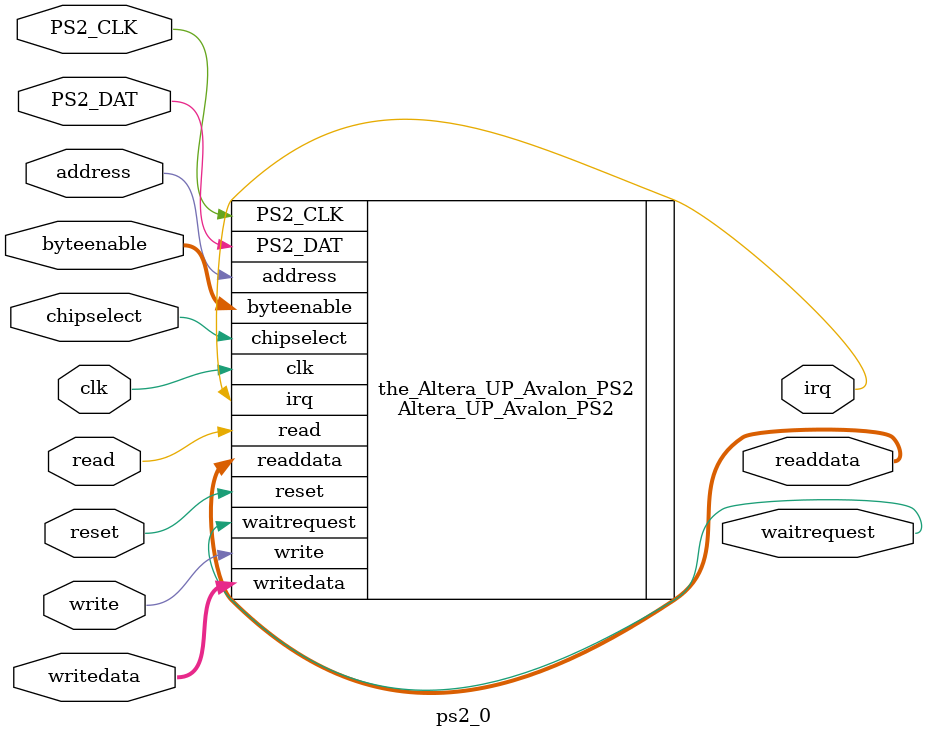
<source format=v>

`timescale 1ns / 1ps
// synthesis translate_on

// turn off superfluous verilog processor warnings 
// altera message_level Level1 
// altera message_off 10034 10035 10036 10037 10230 10240 10030 

module ps2_0 (
               // inputs:
                address,
                byteenable,
                chipselect,
                clk,
                read,
                reset,
                write,
                writedata,

               // outputs:
                PS2_CLK,
                PS2_DAT,
                irq,
                readdata,
                waitrequest
             )
;

  inout            PS2_CLK;
  inout            PS2_DAT;
  output           irq;
  output  [ 31: 0] readdata;
  output           waitrequest;
  input            address;
  input   [  3: 0] byteenable;
  input            chipselect;
  input            clk;
  input            read;
  input            reset;
  input            write;
  input   [ 31: 0] writedata;

  wire             PS2_CLK;
  wire             PS2_DAT;
  wire             irq;
  wire    [ 31: 0] readdata;
  wire             waitrequest;
  Altera_UP_Avalon_PS2 the_Altera_UP_Avalon_PS2
    (
      .PS2_CLK     (PS2_CLK),
      .PS2_DAT     (PS2_DAT),
      .address     (address),
      .byteenable  (byteenable),
      .chipselect  (chipselect),
      .clk         (clk),
      .irq         (irq),
      .read        (read),
      .readdata    (readdata),
      .reset       (reset),
      .waitrequest (waitrequest),
      .write       (write),
      .writedata   (writedata)
    );


endmodule


</source>
